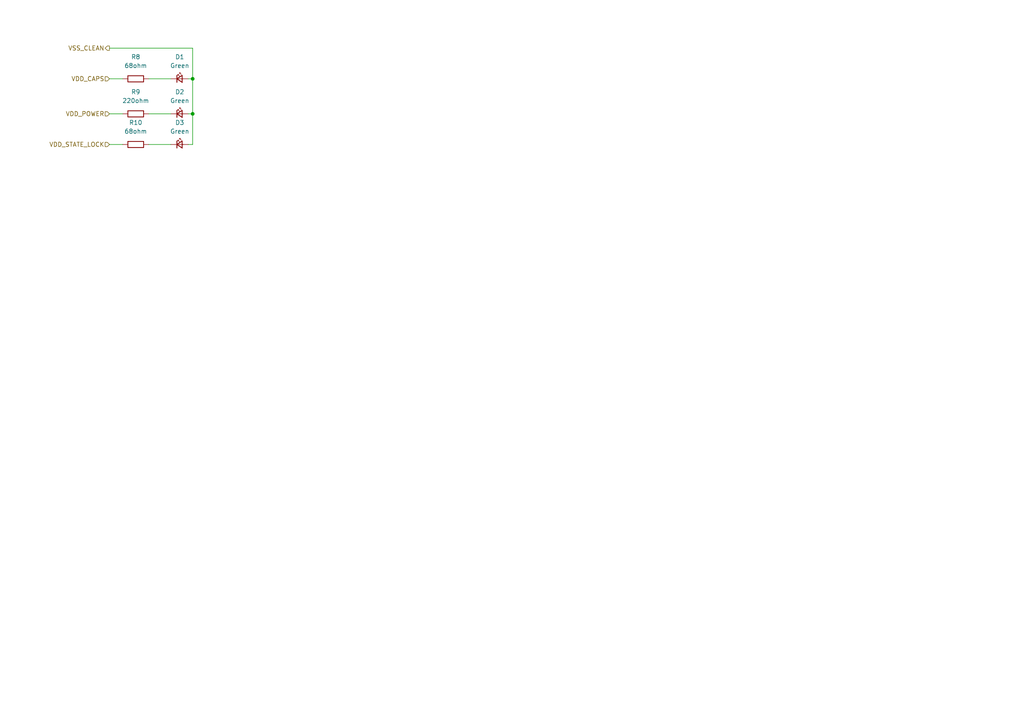
<source format=kicad_sch>
(kicad_sch (version 20250114) (generator "eeschema") (generator_version "9.0")
  (paper "A4")
  (title_block (rev "1 - do not edit connector pin layout.") (company "Henry's Software House"))
  (lib_symbols
    (symbol "PCM_SL_Resistors:100ohm"
      (property "Reference" "R" (at 0 5.08 0))
      (property "Value" "100ohm" (at 0 2.54 0))
      (symbol "100ohm_0_1"
        (rectangle (start -2.286 0.889) (end 2.286 -0.889) (stroke (width 0.24)))
      )
      (symbol "100ohm_1_1"
        (pin passive line (at -3.81 0 0) (length 1.5) (name "") (number "1"))
        (pin passive line (at 3.81 0 180) (length 1.5) (name "~") (number "2"))
      )
    )
    (symbol "PCM_SL_Resistors:220ohm"
      (property "Reference" "R" (at 0 5.08 0))
      (property "Value" "220ohm" (at 0 2.54 0))
      (symbol "220ohm_0_1"
        (rectangle (start -2.286 0.889) (end 2.286 -0.889) (stroke (width 0.24)))
      )
      (symbol "220ohm_1_1"
        (pin passive line (at -3.81 0 0) (length 1.5) (name "") (number "1"))
        (pin passive line (at 3.81 0 180) (length 1.5) (name "~") (number "2"))
      )
    )
    (symbol "PCM_SparkFun-LED:LED_Green_0603" (pin_numbers (hide yes)) (pin_names (offset 1.016) (hide yes))
      (property "Reference" "D" (at 0 2.54 0))
      (property "Value" "Green" (at 0 -2.54 0))
      (symbol "LED_Green_0603_0_1"
        (polyline (pts (xy -0.762 -1.016) (xy -0.762 1.016)) (stroke (width 0.254)))
        (polyline (pts (xy 0 0.762) (xy -0.508 1.27) (xy -0.254 1.27) (xy -0.508 1.27) (xy -0.508 1.016)))
        (polyline (pts (xy 0.508 1.27) (xy 0 1.778) (xy 0.254 1.778) (xy 0 1.778) (xy 0 1.524)))
        (polyline (pts (xy 0.762 -1.016) (xy -0.762 0) (xy 0.762 1.016) (xy 0.762 -1.016)) (stroke (width 0.254)))
        (polyline (pts (xy 1.016 0) (xy -0.762 0)))
      )
      (symbol "LED_Green_0603_1_1"
        (pin passive line (at -2.54 0 0) (length 1.778) (name "K") (number "1"))
        (pin passive line (at 2.54 0 180) (length 1.778) (name "A") (number "2"))
      )
    )
  )
  (junction (at 55.88 22.86))
  (junction (at 55.88 33.02))
  (wire (pts (xy 35.56 41.91) (xy 31.75 41.91)))
  (wire (pts (xy 55.88 22.86) (xy 55.88 33.02)))
  (wire (pts (xy 31.75 13.97) (xy 55.88 13.97)))
  (wire (pts (xy 55.88 33.02) (xy 55.88 41.91)))
  (wire (pts (xy 55.88 33.02) (xy 54.61 33.02)))
  (wire (pts (xy 55.88 22.86) (xy 54.61 22.86)))
  (wire (pts (xy 55.88 41.91) (xy 54.61 41.91)))
  (wire (pts (xy 43.18 22.86) (xy 49.53 22.86)))
  (wire (pts (xy 35.56 22.86) (xy 31.75 22.86)))
  (wire (pts (xy 35.56 33.02) (xy 31.75 33.02)))
  (wire (pts (xy 55.88 13.97) (xy 55.88 22.86)))
  (wire (pts (xy 43.18 41.91) (xy 49.53 41.91)))
  (wire (pts (xy 43.18 33.02) (xy 49.53 33.02)))
  (hierarchical_label "VDD_POWER" (shape input) (at 31.75 33.02 180))
  (hierarchical_label "VDD_STATE_LOCK" (shape input) (at 31.75 41.91 180))
  (hierarchical_label "VDD_CAPS" (shape input) (at 31.75 22.86 180))
  (hierarchical_label "VSS_CLEAN" (shape output) (at 31.75 13.97 180))
  (symbol (lib_id "PCM_SparkFun-LED:LED_Green_0603") (at 52.07 22.86 0) (unit 1)
    (property "Reference" "D1" (at 52.1335 16.51 0))
    (property "Value" "Green" (at 52.1335 19.05 0))
    (property "Footprint" "PCM_SparkFun-LED:LED_0603_1608Metric_Green" (effects (hide yes)))
    (property "Datasheet" "https://docs.broadcom.com/docs/AV02-0551EN" (effects (hide yes)))
    (property "Description" "Light emitting diode" (effects (hide yes)))
    (property "PROD_ID" "DIO-00821" (effects (hide yes)))
  )
  (symbol (lib_id "PCM_SL_Resistors:220ohm") (at 39.37 33.02 0) (unit 1)
    (property "Reference" "R9" (at 39.37 26.67 0))
    (property "Value" "220ohm" (at 39.37 29.21 0))
    (property "Footprint" "Resistor_THT:R_Axial_DIN0207_L6.3mm_D2.5mm_P10.16mm_Horizontal" (effects (hide yes)))
    (property "Description" "220Ω, 1/4W Resistor" (effects (hide yes)))
  )
  (symbol (lib_id "PCM_SparkFun-LED:LED_Green_0603") (at 52.07 41.91 0) (unit 1)
    (property "Reference" "D3" (at 52.1335 35.56 0))
    (property "Value" "Green" (at 52.1335 38.1 0))
    (property "Footprint" "PCM_SparkFun-LED:LED_0603_1608Metric_Green" (effects (hide yes)))
    (property "Datasheet" "https://docs.broadcom.com/docs/AV02-0551EN" (effects (hide yes)))
    (property "Description" "Light emitting diode" (effects (hide yes)))
    (property "PROD_ID" "DIO-00821" (effects (hide yes)))
  )
  (symbol (lib_id "PCM_SL_Resistors:100ohm") (at 39.37 41.91 0) (unit 1)
    (property "Reference" "R10" (at 39.37 35.56 0))
    (property "Value" "68ohm" (at 39.37 38.1 0))
    (property "Footprint" "Resistor_THT:R_Axial_DIN0207_L6.3mm_D2.5mm_P10.16mm_Horizontal" (effects (hide yes)))
    (property "Description" "100Ω, 1/4W Resistor" (effects (hide yes)))
  )
  (symbol (lib_id "PCM_SparkFun-LED:LED_Green_0603") (at 52.07 33.02 0) (unit 1)
    (property "Reference" "D2" (at 52.1335 26.67 0))
    (property "Value" "Green" (at 52.1335 29.21 0))
    (property "Footprint" "PCM_SparkFun-LED:LED_0603_1608Metric_Green" (effects (hide yes)))
    (property "Datasheet" "https://docs.broadcom.com/docs/AV02-0551EN" (effects (hide yes)))
    (property "Description" "Light emitting diode" (effects (hide yes)))
    (property "PROD_ID" "DIO-00821" (effects (hide yes)))
  )
  (symbol (lib_id "PCM_SL_Resistors:100ohm") (at 39.37 22.86 0) (unit 1)
    (property "Reference" "R8" (at 39.37 16.51 0))
    (property "Value" "68ohm" (at 39.37 19.05 0))
    (property "Footprint" "Resistor_THT:R_Axial_DIN0207_L6.3mm_D2.5mm_P10.16mm_Horizontal" (effects (hide yes)))
    (property "Description" "100Ω, 1/4W Resistor" (effects (hide yes)))
  )
)
</source>
